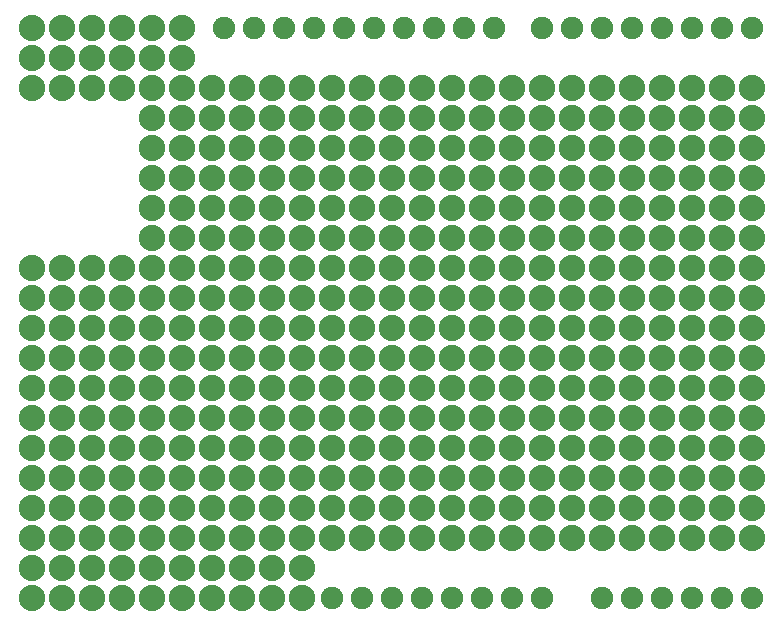
<source format=gbs>
G04 MADE WITH FRITZING*
G04 WWW.FRITZING.ORG*
G04 DOUBLE SIDED*
G04 HOLES PLATED*
G04 CONTOUR ON CENTER OF CONTOUR VECTOR*
%ASAXBY*%
%FSLAX23Y23*%
%MOIN*%
%OFA0B0*%
%SFA1.0B1.0*%
%ADD10C,0.075278*%
%ADD11C,0.088000*%
%LNMASK0*%
G90*
G70*
G54D10*
X2112Y94D03*
X2212Y94D03*
X2312Y94D03*
X2412Y94D03*
X2512Y94D03*
X1652Y1994D03*
X1552Y1994D03*
X1452Y1994D03*
X1352Y1994D03*
X1252Y1994D03*
X1152Y1994D03*
X1052Y1994D03*
X952Y1994D03*
X852Y1994D03*
X752Y1994D03*
X2512Y1994D03*
X2412Y1994D03*
X2312Y1994D03*
X2212Y1994D03*
X2112Y1994D03*
X2012Y1994D03*
X1912Y1994D03*
X1812Y1994D03*
X1212Y94D03*
X1112Y94D03*
X1312Y94D03*
X1412Y94D03*
X1512Y94D03*
X1612Y94D03*
X1712Y94D03*
X1812Y94D03*
X2012Y94D03*
G54D11*
X1312Y1794D03*
X1312Y1694D03*
X1312Y1594D03*
X1312Y1494D03*
X1312Y1394D03*
X1312Y1294D03*
X1312Y1194D03*
X1312Y1094D03*
X1312Y994D03*
X1312Y894D03*
X1312Y794D03*
X1312Y694D03*
X1312Y594D03*
X1312Y494D03*
X1312Y394D03*
X1312Y294D03*
X1212Y1794D03*
X1212Y1694D03*
X1212Y1594D03*
X1212Y1494D03*
X1212Y1394D03*
X1212Y1294D03*
X1212Y1194D03*
X1212Y1094D03*
X1212Y994D03*
X1212Y894D03*
X1212Y794D03*
X1212Y694D03*
X1212Y594D03*
X1212Y494D03*
X1212Y394D03*
X1212Y294D03*
X1412Y1794D03*
X1412Y1694D03*
X1412Y1594D03*
X1412Y1494D03*
X1412Y1394D03*
X1412Y1294D03*
X1412Y1194D03*
X1412Y1094D03*
X1412Y994D03*
X1412Y894D03*
X1412Y794D03*
X1412Y694D03*
X1112Y1794D03*
X1112Y1694D03*
X1112Y1594D03*
X1112Y1494D03*
X1112Y1394D03*
X1112Y1294D03*
X1112Y1194D03*
X1112Y1094D03*
X1112Y994D03*
X1112Y894D03*
X1112Y794D03*
X1112Y694D03*
X1112Y594D03*
X1112Y494D03*
X1112Y394D03*
X1112Y294D03*
X912Y1794D03*
X912Y1694D03*
X912Y1594D03*
X912Y1494D03*
X912Y1394D03*
X912Y1294D03*
X912Y1194D03*
X912Y1094D03*
X912Y994D03*
X912Y894D03*
X912Y794D03*
X912Y694D03*
X912Y594D03*
X912Y494D03*
X912Y394D03*
X912Y294D03*
X912Y194D03*
X912Y94D03*
X712Y1794D03*
X712Y1694D03*
X712Y1594D03*
X712Y1494D03*
X712Y1394D03*
X712Y1294D03*
X712Y1194D03*
X712Y1094D03*
X712Y994D03*
X712Y894D03*
X712Y794D03*
X712Y694D03*
X712Y594D03*
X712Y494D03*
X712Y394D03*
X712Y294D03*
X712Y194D03*
X712Y94D03*
X1012Y1794D03*
X1012Y1694D03*
X1012Y1594D03*
X1012Y1494D03*
X1912Y1794D03*
X1912Y1694D03*
X1912Y1594D03*
X1912Y1494D03*
X1912Y1394D03*
X1912Y1294D03*
X1912Y1194D03*
X1912Y1094D03*
X1912Y994D03*
X1912Y894D03*
X1912Y794D03*
X1912Y694D03*
X1912Y594D03*
X1912Y494D03*
X1912Y394D03*
X1912Y294D03*
X612Y1994D03*
X612Y1894D03*
X612Y1794D03*
X612Y1694D03*
X612Y1594D03*
X612Y1494D03*
X612Y1394D03*
X612Y1294D03*
X612Y1194D03*
X612Y1094D03*
X612Y994D03*
X612Y894D03*
X612Y794D03*
X612Y694D03*
X612Y594D03*
X612Y494D03*
X612Y394D03*
X612Y294D03*
X612Y194D03*
X612Y94D03*
X2312Y1794D03*
X2312Y1694D03*
X2312Y1594D03*
X2312Y1494D03*
X2312Y1394D03*
X2312Y1294D03*
X2312Y1194D03*
X2312Y1094D03*
X2312Y994D03*
X2312Y894D03*
X2312Y794D03*
X2312Y694D03*
X2312Y594D03*
X2312Y494D03*
X2312Y394D03*
X2312Y294D03*
X1012Y1394D03*
X1012Y1294D03*
X1012Y1194D03*
X1012Y1094D03*
X1012Y994D03*
X1012Y894D03*
X1012Y794D03*
X1012Y694D03*
X1012Y594D03*
X1012Y494D03*
X1012Y394D03*
X1012Y294D03*
X1012Y194D03*
X1012Y94D03*
X2412Y1794D03*
X2412Y1694D03*
X2412Y1594D03*
X2412Y1494D03*
X2412Y1394D03*
X2412Y1294D03*
X2412Y1194D03*
X2412Y1094D03*
X2412Y994D03*
X2412Y894D03*
X2412Y794D03*
X2412Y694D03*
X2412Y594D03*
X2412Y494D03*
X2412Y394D03*
X2412Y294D03*
X2212Y1794D03*
X2212Y1694D03*
X2212Y1594D03*
X2212Y1494D03*
X2212Y1394D03*
X2212Y1294D03*
X2212Y1194D03*
X2212Y1094D03*
X2212Y994D03*
X2212Y894D03*
X2212Y794D03*
X2212Y694D03*
X2212Y594D03*
X2212Y494D03*
X2212Y394D03*
X2212Y294D03*
X1812Y1794D03*
X1812Y1694D03*
X1812Y1594D03*
X1812Y1494D03*
X1812Y1394D03*
X1812Y1294D03*
X1812Y1194D03*
X1812Y1094D03*
X1812Y994D03*
X1812Y894D03*
X1812Y794D03*
X1812Y694D03*
X1812Y594D03*
X1812Y494D03*
X1812Y394D03*
X1812Y294D03*
X2012Y1794D03*
X2012Y1694D03*
X2012Y1594D03*
X2012Y1494D03*
X2012Y1394D03*
X2012Y1294D03*
X2012Y1194D03*
X2012Y1094D03*
X2012Y994D03*
X2012Y894D03*
X2012Y794D03*
X2012Y694D03*
X2012Y594D03*
X2012Y494D03*
X2012Y394D03*
X2012Y294D03*
X2112Y1794D03*
X2112Y1694D03*
X2112Y1594D03*
X2112Y1494D03*
X2112Y1394D03*
X2112Y1294D03*
X2112Y1194D03*
X2112Y1094D03*
X2112Y994D03*
X2112Y894D03*
X2112Y794D03*
X2112Y694D03*
X2112Y594D03*
X2112Y494D03*
X2112Y394D03*
X2112Y294D03*
X812Y1794D03*
X812Y1694D03*
X812Y1594D03*
X812Y1494D03*
X812Y1394D03*
X812Y1294D03*
X812Y1194D03*
X812Y1094D03*
X812Y994D03*
X812Y894D03*
X812Y794D03*
X812Y694D03*
X812Y594D03*
X812Y494D03*
X812Y394D03*
X812Y294D03*
X812Y194D03*
X812Y94D03*
X512Y1994D03*
X512Y1894D03*
X512Y1794D03*
X512Y1694D03*
X512Y1594D03*
X512Y1494D03*
X512Y1394D03*
X512Y1294D03*
X512Y1194D03*
X512Y1094D03*
X512Y994D03*
X512Y894D03*
X512Y794D03*
X512Y694D03*
X512Y594D03*
X512Y494D03*
X512Y394D03*
X512Y294D03*
X512Y194D03*
X512Y94D03*
X212Y1994D03*
X212Y1894D03*
X212Y1794D03*
X1412Y594D03*
X1412Y494D03*
X1412Y394D03*
X1412Y294D03*
X312Y1994D03*
X312Y1894D03*
X312Y1794D03*
X112Y1994D03*
X112Y1894D03*
X112Y1794D03*
X2512Y1794D03*
X2512Y1694D03*
X2512Y1594D03*
X2512Y1494D03*
X2512Y1394D03*
X2512Y1294D03*
X2512Y1194D03*
X2512Y1094D03*
X2512Y994D03*
X2512Y894D03*
X2512Y794D03*
X2512Y694D03*
X2512Y594D03*
X2512Y494D03*
X2512Y394D03*
X2512Y294D03*
X412Y1994D03*
X412Y1894D03*
X412Y1794D03*
X412Y1194D03*
X412Y1094D03*
X412Y994D03*
X412Y894D03*
X412Y794D03*
X412Y694D03*
X412Y594D03*
X412Y494D03*
X412Y394D03*
X412Y294D03*
X412Y194D03*
X412Y94D03*
X1712Y1794D03*
X1712Y1694D03*
X1712Y1594D03*
X1712Y1494D03*
X1712Y1394D03*
X1712Y1294D03*
X1712Y1194D03*
X1712Y1094D03*
X1712Y994D03*
X1712Y894D03*
X1712Y794D03*
X1712Y694D03*
X1512Y1794D03*
X1512Y1694D03*
X1512Y1594D03*
X1512Y1494D03*
X1512Y1394D03*
X1512Y1294D03*
X1512Y1194D03*
X1512Y1094D03*
X1512Y994D03*
X1512Y894D03*
X1512Y794D03*
X1512Y694D03*
X312Y1194D03*
X312Y1094D03*
X312Y994D03*
X312Y894D03*
X312Y794D03*
X312Y694D03*
X312Y594D03*
X312Y494D03*
X312Y394D03*
X312Y294D03*
X312Y194D03*
X312Y94D03*
X1612Y1794D03*
X1612Y1694D03*
X1612Y1594D03*
X1612Y1494D03*
X1612Y1394D03*
X1612Y1294D03*
X1612Y1194D03*
X1612Y1094D03*
X1612Y994D03*
X1612Y894D03*
X1612Y794D03*
X1612Y694D03*
X1512Y594D03*
X1512Y494D03*
X1512Y394D03*
X1512Y294D03*
X212Y1194D03*
X212Y1094D03*
X212Y994D03*
X212Y894D03*
X212Y794D03*
X212Y694D03*
X212Y594D03*
X212Y494D03*
X212Y394D03*
X212Y294D03*
X212Y194D03*
X212Y94D03*
X1612Y594D03*
X1612Y494D03*
X1612Y394D03*
X1612Y294D03*
X1612Y594D03*
X1612Y494D03*
X1612Y394D03*
X1612Y294D03*
X1712Y294D03*
X1712Y394D03*
X1712Y494D03*
X1712Y594D03*
X112Y1194D03*
X112Y1094D03*
X112Y994D03*
X112Y894D03*
X112Y794D03*
X112Y694D03*
X112Y594D03*
X112Y494D03*
X112Y394D03*
X112Y294D03*
X112Y194D03*
X112Y94D03*
G04 End of Mask0*
M02*
</source>
